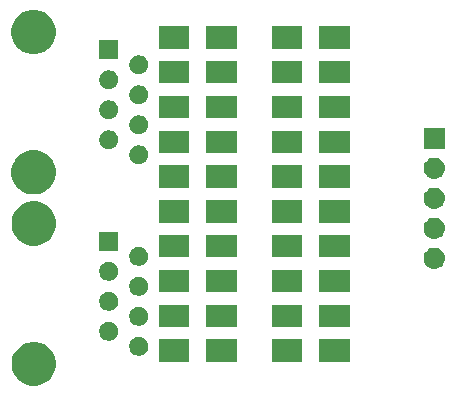
<source format=gbr>
G04 #@! TF.GenerationSoftware,KiCad,Pcbnew,(5.1.4-0-10_14)*
G04 #@! TF.CreationDate,2019-11-29T21:54:42+03:00*
G04 #@! TF.ProjectId,VHClick-rev1,5648436c-6963-46b2-9d72-6576312e6b69,rev?*
G04 #@! TF.SameCoordinates,Original*
G04 #@! TF.FileFunction,Soldermask,Bot*
G04 #@! TF.FilePolarity,Negative*
%FSLAX46Y46*%
G04 Gerber Fmt 4.6, Leading zero omitted, Abs format (unit mm)*
G04 Created by KiCad (PCBNEW (5.1.4-0-10_14)) date 2019-11-29 21:54:42*
%MOMM*%
%LPD*%
G04 APERTURE LIST*
%ADD10C,0.100000*%
G04 APERTURE END LIST*
D10*
G36*
X116218808Y-91507093D02*
G01*
X116560217Y-91648510D01*
X116560219Y-91648511D01*
X116867480Y-91853816D01*
X117128784Y-92115120D01*
X117185776Y-92200414D01*
X117334090Y-92422383D01*
X117475507Y-92763792D01*
X117547600Y-93126229D01*
X117547600Y-93495771D01*
X117475507Y-93858208D01*
X117334090Y-94199617D01*
X117334089Y-94199619D01*
X117128784Y-94506880D01*
X116867480Y-94768184D01*
X116560219Y-94973489D01*
X116560218Y-94973490D01*
X116560217Y-94973490D01*
X116218808Y-95114907D01*
X115856371Y-95187000D01*
X115486829Y-95187000D01*
X115124392Y-95114907D01*
X114782983Y-94973490D01*
X114782982Y-94973490D01*
X114782981Y-94973489D01*
X114475720Y-94768184D01*
X114214416Y-94506880D01*
X114009111Y-94199619D01*
X114009110Y-94199617D01*
X113867693Y-93858208D01*
X113795600Y-93495771D01*
X113795600Y-93126229D01*
X113867693Y-92763792D01*
X114009110Y-92422383D01*
X114157425Y-92200414D01*
X114214416Y-92115120D01*
X114475720Y-91853816D01*
X114782981Y-91648511D01*
X114782983Y-91648510D01*
X115124392Y-91507093D01*
X115486829Y-91435000D01*
X115856371Y-91435000D01*
X116218808Y-91507093D01*
X116218808Y-91507093D01*
G37*
G36*
X138404100Y-93140300D02*
G01*
X135802100Y-93140300D01*
X135802100Y-91238300D01*
X138404100Y-91238300D01*
X138404100Y-93140300D01*
X138404100Y-93140300D01*
G37*
G36*
X132841000Y-93140300D02*
G01*
X130239000Y-93140300D01*
X130239000Y-91238300D01*
X132841000Y-91238300D01*
X132841000Y-93140300D01*
X132841000Y-93140300D01*
G37*
G36*
X128841000Y-93140300D02*
G01*
X126239000Y-93140300D01*
X126239000Y-91238300D01*
X128841000Y-91238300D01*
X128841000Y-93140300D01*
X128841000Y-93140300D01*
G37*
G36*
X142404100Y-93140300D02*
G01*
X139802100Y-93140300D01*
X139802100Y-91238300D01*
X142404100Y-91238300D01*
X142404100Y-93140300D01*
X142404100Y-93140300D01*
G37*
G36*
X124795242Y-91050781D02*
G01*
X124941014Y-91111162D01*
X124941016Y-91111163D01*
X125072208Y-91198822D01*
X125183778Y-91310392D01*
X125271437Y-91441584D01*
X125271438Y-91441586D01*
X125331819Y-91587358D01*
X125362600Y-91742107D01*
X125362600Y-91899893D01*
X125331819Y-92054642D01*
X125306768Y-92115120D01*
X125271437Y-92200416D01*
X125183778Y-92331608D01*
X125072208Y-92443178D01*
X124941016Y-92530837D01*
X124941015Y-92530838D01*
X124941014Y-92530838D01*
X124795242Y-92591219D01*
X124640493Y-92622000D01*
X124482707Y-92622000D01*
X124327958Y-92591219D01*
X124182186Y-92530838D01*
X124182185Y-92530838D01*
X124182184Y-92530837D01*
X124050992Y-92443178D01*
X123939422Y-92331608D01*
X123851763Y-92200416D01*
X123816432Y-92115120D01*
X123791381Y-92054642D01*
X123760600Y-91899893D01*
X123760600Y-91742107D01*
X123791381Y-91587358D01*
X123851762Y-91441586D01*
X123851763Y-91441584D01*
X123939422Y-91310392D01*
X124050992Y-91198822D01*
X124182184Y-91111163D01*
X124182186Y-91111162D01*
X124327958Y-91050781D01*
X124482707Y-91020000D01*
X124640493Y-91020000D01*
X124795242Y-91050781D01*
X124795242Y-91050781D01*
G37*
G36*
X122255242Y-89780781D02*
G01*
X122401014Y-89841162D01*
X122401016Y-89841163D01*
X122532208Y-89928822D01*
X122643778Y-90040392D01*
X122651012Y-90051219D01*
X122731438Y-90171586D01*
X122791819Y-90317358D01*
X122822600Y-90472107D01*
X122822600Y-90629893D01*
X122791819Y-90784642D01*
X122731438Y-90930414D01*
X122731437Y-90930416D01*
X122643778Y-91061608D01*
X122532208Y-91173178D01*
X122401016Y-91260837D01*
X122401015Y-91260838D01*
X122401014Y-91260838D01*
X122255242Y-91321219D01*
X122100493Y-91352000D01*
X121942707Y-91352000D01*
X121787958Y-91321219D01*
X121642186Y-91260838D01*
X121642185Y-91260838D01*
X121642184Y-91260837D01*
X121510992Y-91173178D01*
X121399422Y-91061608D01*
X121311763Y-90930416D01*
X121311762Y-90930414D01*
X121251381Y-90784642D01*
X121220600Y-90629893D01*
X121220600Y-90472107D01*
X121251381Y-90317358D01*
X121311762Y-90171586D01*
X121392188Y-90051219D01*
X121399422Y-90040392D01*
X121510992Y-89928822D01*
X121642184Y-89841163D01*
X121642186Y-89841162D01*
X121787958Y-89780781D01*
X121942707Y-89750000D01*
X122100493Y-89750000D01*
X122255242Y-89780781D01*
X122255242Y-89780781D01*
G37*
G36*
X142404100Y-90193900D02*
G01*
X139802100Y-90193900D01*
X139802100Y-88291900D01*
X142404100Y-88291900D01*
X142404100Y-90193900D01*
X142404100Y-90193900D01*
G37*
G36*
X138404100Y-90193900D02*
G01*
X135802100Y-90193900D01*
X135802100Y-88291900D01*
X138404100Y-88291900D01*
X138404100Y-90193900D01*
X138404100Y-90193900D01*
G37*
G36*
X132841000Y-90193900D02*
G01*
X130239000Y-90193900D01*
X130239000Y-88291900D01*
X132841000Y-88291900D01*
X132841000Y-90193900D01*
X132841000Y-90193900D01*
G37*
G36*
X128841000Y-90193900D02*
G01*
X126239000Y-90193900D01*
X126239000Y-88291900D01*
X128841000Y-88291900D01*
X128841000Y-90193900D01*
X128841000Y-90193900D01*
G37*
G36*
X124795242Y-88510781D02*
G01*
X124941014Y-88571162D01*
X124941016Y-88571163D01*
X125072208Y-88658822D01*
X125183778Y-88770392D01*
X125191012Y-88781219D01*
X125271438Y-88901586D01*
X125331819Y-89047358D01*
X125362600Y-89202107D01*
X125362600Y-89359893D01*
X125331819Y-89514642D01*
X125271438Y-89660414D01*
X125271437Y-89660416D01*
X125183778Y-89791608D01*
X125072208Y-89903178D01*
X124941016Y-89990837D01*
X124941015Y-89990838D01*
X124941014Y-89990838D01*
X124795242Y-90051219D01*
X124640493Y-90082000D01*
X124482707Y-90082000D01*
X124327958Y-90051219D01*
X124182186Y-89990838D01*
X124182185Y-89990838D01*
X124182184Y-89990837D01*
X124050992Y-89903178D01*
X123939422Y-89791608D01*
X123851763Y-89660416D01*
X123851762Y-89660414D01*
X123791381Y-89514642D01*
X123760600Y-89359893D01*
X123760600Y-89202107D01*
X123791381Y-89047358D01*
X123851762Y-88901586D01*
X123932188Y-88781219D01*
X123939422Y-88770392D01*
X124050992Y-88658822D01*
X124182184Y-88571163D01*
X124182186Y-88571162D01*
X124327958Y-88510781D01*
X124482707Y-88480000D01*
X124640493Y-88480000D01*
X124795242Y-88510781D01*
X124795242Y-88510781D01*
G37*
G36*
X122255242Y-87240781D02*
G01*
X122401014Y-87301162D01*
X122401016Y-87301163D01*
X122532208Y-87388822D01*
X122643778Y-87500392D01*
X122651012Y-87511219D01*
X122731438Y-87631586D01*
X122791819Y-87777358D01*
X122822600Y-87932107D01*
X122822600Y-88089893D01*
X122791819Y-88244642D01*
X122772244Y-88291900D01*
X122731437Y-88390416D01*
X122643778Y-88521608D01*
X122532208Y-88633178D01*
X122401016Y-88720837D01*
X122401015Y-88720838D01*
X122401014Y-88720838D01*
X122255242Y-88781219D01*
X122100493Y-88812000D01*
X121942707Y-88812000D01*
X121787958Y-88781219D01*
X121642186Y-88720838D01*
X121642185Y-88720838D01*
X121642184Y-88720837D01*
X121510992Y-88633178D01*
X121399422Y-88521608D01*
X121311763Y-88390416D01*
X121270956Y-88291900D01*
X121251381Y-88244642D01*
X121220600Y-88089893D01*
X121220600Y-87932107D01*
X121251381Y-87777358D01*
X121311762Y-87631586D01*
X121392188Y-87511219D01*
X121399422Y-87500392D01*
X121510992Y-87388822D01*
X121642184Y-87301163D01*
X121642186Y-87301162D01*
X121787958Y-87240781D01*
X121942707Y-87210000D01*
X122100493Y-87210000D01*
X122255242Y-87240781D01*
X122255242Y-87240781D01*
G37*
G36*
X124795242Y-85970781D02*
G01*
X124941014Y-86031162D01*
X124941016Y-86031163D01*
X125072208Y-86118822D01*
X125183778Y-86230392D01*
X125191012Y-86241219D01*
X125271438Y-86361586D01*
X125331819Y-86507358D01*
X125362600Y-86662107D01*
X125362600Y-86819893D01*
X125331819Y-86974642D01*
X125271438Y-87120414D01*
X125271437Y-87120416D01*
X125183778Y-87251608D01*
X125072208Y-87363178D01*
X124941016Y-87450837D01*
X124941015Y-87450838D01*
X124941014Y-87450838D01*
X124795242Y-87511219D01*
X124640493Y-87542000D01*
X124482707Y-87542000D01*
X124327958Y-87511219D01*
X124182186Y-87450838D01*
X124182185Y-87450838D01*
X124182184Y-87450837D01*
X124050992Y-87363178D01*
X123939422Y-87251608D01*
X123851763Y-87120416D01*
X123851762Y-87120414D01*
X123791381Y-86974642D01*
X123760600Y-86819893D01*
X123760600Y-86662107D01*
X123791381Y-86507358D01*
X123851762Y-86361586D01*
X123932188Y-86241219D01*
X123939422Y-86230392D01*
X124050992Y-86118822D01*
X124182184Y-86031163D01*
X124182186Y-86031162D01*
X124327958Y-85970781D01*
X124482707Y-85940000D01*
X124640493Y-85940000D01*
X124795242Y-85970781D01*
X124795242Y-85970781D01*
G37*
G36*
X132841000Y-87247500D02*
G01*
X130239000Y-87247500D01*
X130239000Y-85345500D01*
X132841000Y-85345500D01*
X132841000Y-87247500D01*
X132841000Y-87247500D01*
G37*
G36*
X128841000Y-87247500D02*
G01*
X126239000Y-87247500D01*
X126239000Y-85345500D01*
X128841000Y-85345500D01*
X128841000Y-87247500D01*
X128841000Y-87247500D01*
G37*
G36*
X138404100Y-87247500D02*
G01*
X135802100Y-87247500D01*
X135802100Y-85345500D01*
X138404100Y-85345500D01*
X138404100Y-87247500D01*
X138404100Y-87247500D01*
G37*
G36*
X142404100Y-87247500D02*
G01*
X139802100Y-87247500D01*
X139802100Y-85345500D01*
X142404100Y-85345500D01*
X142404100Y-87247500D01*
X142404100Y-87247500D01*
G37*
G36*
X122255242Y-84700781D02*
G01*
X122401014Y-84761162D01*
X122401016Y-84761163D01*
X122532208Y-84848822D01*
X122643778Y-84960392D01*
X122651012Y-84971219D01*
X122731438Y-85091586D01*
X122791819Y-85237358D01*
X122822600Y-85392107D01*
X122822600Y-85549893D01*
X122791819Y-85704642D01*
X122731438Y-85850414D01*
X122731437Y-85850416D01*
X122643778Y-85981608D01*
X122532208Y-86093178D01*
X122401016Y-86180837D01*
X122401015Y-86180838D01*
X122401014Y-86180838D01*
X122255242Y-86241219D01*
X122100493Y-86272000D01*
X121942707Y-86272000D01*
X121787958Y-86241219D01*
X121642186Y-86180838D01*
X121642185Y-86180838D01*
X121642184Y-86180837D01*
X121510992Y-86093178D01*
X121399422Y-85981608D01*
X121311763Y-85850416D01*
X121311762Y-85850414D01*
X121251381Y-85704642D01*
X121220600Y-85549893D01*
X121220600Y-85392107D01*
X121251381Y-85237358D01*
X121311762Y-85091586D01*
X121392188Y-84971219D01*
X121399422Y-84960392D01*
X121510992Y-84848822D01*
X121642184Y-84761163D01*
X121642186Y-84761162D01*
X121787958Y-84700781D01*
X121942707Y-84670000D01*
X122100493Y-84670000D01*
X122255242Y-84700781D01*
X122255242Y-84700781D01*
G37*
G36*
X149691042Y-83471618D02*
G01*
X149757227Y-83478137D01*
X149927066Y-83529657D01*
X150083591Y-83613322D01*
X150119329Y-83642652D01*
X150220786Y-83725914D01*
X150299299Y-83821584D01*
X150333378Y-83863109D01*
X150417043Y-84019634D01*
X150468563Y-84189473D01*
X150485959Y-84366100D01*
X150468563Y-84542727D01*
X150417043Y-84712566D01*
X150333378Y-84869091D01*
X150304048Y-84904829D01*
X150220786Y-85006286D01*
X150119329Y-85089548D01*
X150083591Y-85118878D01*
X149927066Y-85202543D01*
X149757227Y-85254063D01*
X149691042Y-85260582D01*
X149624860Y-85267100D01*
X149536340Y-85267100D01*
X149470158Y-85260582D01*
X149403973Y-85254063D01*
X149234134Y-85202543D01*
X149077609Y-85118878D01*
X149041871Y-85089548D01*
X148940414Y-85006286D01*
X148857152Y-84904829D01*
X148827822Y-84869091D01*
X148744157Y-84712566D01*
X148692637Y-84542727D01*
X148675241Y-84366100D01*
X148692637Y-84189473D01*
X148744157Y-84019634D01*
X148827822Y-83863109D01*
X148861901Y-83821584D01*
X148940414Y-83725914D01*
X149041871Y-83642652D01*
X149077609Y-83613322D01*
X149234134Y-83529657D01*
X149403973Y-83478137D01*
X149470158Y-83471618D01*
X149536340Y-83465100D01*
X149624860Y-83465100D01*
X149691042Y-83471618D01*
X149691042Y-83471618D01*
G37*
G36*
X124795242Y-83430781D02*
G01*
X124941014Y-83491162D01*
X124941016Y-83491163D01*
X125072208Y-83578822D01*
X125183778Y-83690392D01*
X125211579Y-83732000D01*
X125271438Y-83821586D01*
X125331819Y-83967358D01*
X125362600Y-84122107D01*
X125362600Y-84279893D01*
X125331819Y-84434642D01*
X125271438Y-84580414D01*
X125271437Y-84580416D01*
X125183778Y-84711608D01*
X125072208Y-84823178D01*
X124941016Y-84910837D01*
X124941015Y-84910838D01*
X124941014Y-84910838D01*
X124795242Y-84971219D01*
X124640493Y-85002000D01*
X124482707Y-85002000D01*
X124327958Y-84971219D01*
X124182186Y-84910838D01*
X124182185Y-84910838D01*
X124182184Y-84910837D01*
X124050992Y-84823178D01*
X123939422Y-84711608D01*
X123851763Y-84580416D01*
X123851762Y-84580414D01*
X123791381Y-84434642D01*
X123760600Y-84279893D01*
X123760600Y-84122107D01*
X123791381Y-83967358D01*
X123851762Y-83821586D01*
X123911621Y-83732000D01*
X123939422Y-83690392D01*
X124050992Y-83578822D01*
X124182184Y-83491163D01*
X124182186Y-83491162D01*
X124327958Y-83430781D01*
X124482707Y-83400000D01*
X124640493Y-83400000D01*
X124795242Y-83430781D01*
X124795242Y-83430781D01*
G37*
G36*
X138404100Y-84301100D02*
G01*
X135802100Y-84301100D01*
X135802100Y-82399100D01*
X138404100Y-82399100D01*
X138404100Y-84301100D01*
X138404100Y-84301100D01*
G37*
G36*
X128841000Y-84301100D02*
G01*
X126239000Y-84301100D01*
X126239000Y-82399100D01*
X128841000Y-82399100D01*
X128841000Y-84301100D01*
X128841000Y-84301100D01*
G37*
G36*
X132841000Y-84301100D02*
G01*
X130239000Y-84301100D01*
X130239000Y-82399100D01*
X132841000Y-82399100D01*
X132841000Y-84301100D01*
X132841000Y-84301100D01*
G37*
G36*
X142404100Y-84301100D02*
G01*
X139802100Y-84301100D01*
X139802100Y-82399100D01*
X142404100Y-82399100D01*
X142404100Y-84301100D01*
X142404100Y-84301100D01*
G37*
G36*
X122822600Y-83732000D02*
G01*
X121220600Y-83732000D01*
X121220600Y-82130000D01*
X122822600Y-82130000D01*
X122822600Y-83732000D01*
X122822600Y-83732000D01*
G37*
G36*
X116218808Y-79637093D02*
G01*
X116560217Y-79778510D01*
X116560219Y-79778511D01*
X116576050Y-79789089D01*
X116867480Y-79983816D01*
X117128784Y-80245120D01*
X117334090Y-80552383D01*
X117475507Y-80893792D01*
X117547600Y-81256229D01*
X117547600Y-81625771D01*
X117475507Y-81988208D01*
X117399143Y-82172566D01*
X117334089Y-82329619D01*
X117128784Y-82636880D01*
X116867480Y-82898184D01*
X116560219Y-83103489D01*
X116560218Y-83103490D01*
X116560217Y-83103490D01*
X116218808Y-83244907D01*
X115856371Y-83317000D01*
X115486829Y-83317000D01*
X115124392Y-83244907D01*
X114782983Y-83103490D01*
X114782982Y-83103490D01*
X114782981Y-83103489D01*
X114475720Y-82898184D01*
X114214416Y-82636880D01*
X114009111Y-82329619D01*
X113944057Y-82172566D01*
X113867693Y-81988208D01*
X113795600Y-81625771D01*
X113795600Y-81256229D01*
X113867693Y-80893792D01*
X114009110Y-80552383D01*
X114214416Y-80245120D01*
X114475720Y-79983816D01*
X114767150Y-79789089D01*
X114782981Y-79778511D01*
X114782983Y-79778510D01*
X115124392Y-79637093D01*
X115486829Y-79565000D01*
X115856371Y-79565000D01*
X116218808Y-79637093D01*
X116218808Y-79637093D01*
G37*
G36*
X149691042Y-80931618D02*
G01*
X149757227Y-80938137D01*
X149927066Y-80989657D01*
X150083591Y-81073322D01*
X150119329Y-81102652D01*
X150220786Y-81185914D01*
X150304048Y-81287371D01*
X150333378Y-81323109D01*
X150417043Y-81479634D01*
X150468563Y-81649473D01*
X150485959Y-81826100D01*
X150468563Y-82002727D01*
X150417043Y-82172566D01*
X150333378Y-82329091D01*
X150304048Y-82364829D01*
X150220786Y-82466286D01*
X150119329Y-82549548D01*
X150083591Y-82578878D01*
X149927066Y-82662543D01*
X149757227Y-82714063D01*
X149691042Y-82720582D01*
X149624860Y-82727100D01*
X149536340Y-82727100D01*
X149470158Y-82720582D01*
X149403973Y-82714063D01*
X149234134Y-82662543D01*
X149077609Y-82578878D01*
X149041871Y-82549548D01*
X148940414Y-82466286D01*
X148857152Y-82364829D01*
X148827822Y-82329091D01*
X148744157Y-82172566D01*
X148692637Y-82002727D01*
X148675241Y-81826100D01*
X148692637Y-81649473D01*
X148744157Y-81479634D01*
X148827822Y-81323109D01*
X148857152Y-81287371D01*
X148940414Y-81185914D01*
X149041871Y-81102652D01*
X149077609Y-81073322D01*
X149234134Y-80989657D01*
X149403973Y-80938137D01*
X149470158Y-80931618D01*
X149536340Y-80925100D01*
X149624860Y-80925100D01*
X149691042Y-80931618D01*
X149691042Y-80931618D01*
G37*
G36*
X142404100Y-81354700D02*
G01*
X139802100Y-81354700D01*
X139802100Y-79452700D01*
X142404100Y-79452700D01*
X142404100Y-81354700D01*
X142404100Y-81354700D01*
G37*
G36*
X132841000Y-81354700D02*
G01*
X130239000Y-81354700D01*
X130239000Y-79452700D01*
X132841000Y-79452700D01*
X132841000Y-81354700D01*
X132841000Y-81354700D01*
G37*
G36*
X138404100Y-81354700D02*
G01*
X135802100Y-81354700D01*
X135802100Y-79452700D01*
X138404100Y-79452700D01*
X138404100Y-81354700D01*
X138404100Y-81354700D01*
G37*
G36*
X128841000Y-81354700D02*
G01*
X126239000Y-81354700D01*
X126239000Y-79452700D01*
X128841000Y-79452700D01*
X128841000Y-81354700D01*
X128841000Y-81354700D01*
G37*
G36*
X149691042Y-78391618D02*
G01*
X149757227Y-78398137D01*
X149927066Y-78449657D01*
X150083591Y-78533322D01*
X150119329Y-78562652D01*
X150220786Y-78645914D01*
X150304048Y-78747371D01*
X150333378Y-78783109D01*
X150417043Y-78939634D01*
X150468563Y-79109473D01*
X150485959Y-79286100D01*
X150468563Y-79462727D01*
X150417043Y-79632566D01*
X150333378Y-79789091D01*
X150304048Y-79824829D01*
X150220786Y-79926286D01*
X150150684Y-79983816D01*
X150083591Y-80038878D01*
X149927066Y-80122543D01*
X149757227Y-80174063D01*
X149691043Y-80180581D01*
X149624860Y-80187100D01*
X149536340Y-80187100D01*
X149470157Y-80180581D01*
X149403973Y-80174063D01*
X149234134Y-80122543D01*
X149077609Y-80038878D01*
X149010516Y-79983816D01*
X148940414Y-79926286D01*
X148857152Y-79824829D01*
X148827822Y-79789091D01*
X148744157Y-79632566D01*
X148692637Y-79462727D01*
X148675241Y-79286100D01*
X148692637Y-79109473D01*
X148744157Y-78939634D01*
X148827822Y-78783109D01*
X148857152Y-78747371D01*
X148940414Y-78645914D01*
X149041871Y-78562652D01*
X149077609Y-78533322D01*
X149234134Y-78449657D01*
X149403973Y-78398137D01*
X149470158Y-78391618D01*
X149536340Y-78385100D01*
X149624860Y-78385100D01*
X149691042Y-78391618D01*
X149691042Y-78391618D01*
G37*
G36*
X116206108Y-75284193D02*
G01*
X116547517Y-75425610D01*
X116547519Y-75425611D01*
X116854780Y-75630916D01*
X117116084Y-75892220D01*
X117258870Y-76105914D01*
X117321390Y-76199483D01*
X117462807Y-76540892D01*
X117534900Y-76903329D01*
X117534900Y-77272871D01*
X117462807Y-77635308D01*
X117321390Y-77976717D01*
X117321389Y-77976719D01*
X117116084Y-78283980D01*
X116854780Y-78545284D01*
X116547519Y-78750589D01*
X116547518Y-78750590D01*
X116547517Y-78750590D01*
X116206108Y-78892007D01*
X115843671Y-78964100D01*
X115474129Y-78964100D01*
X115111692Y-78892007D01*
X114770283Y-78750590D01*
X114770282Y-78750590D01*
X114770281Y-78750589D01*
X114463020Y-78545284D01*
X114201716Y-78283980D01*
X113996411Y-77976719D01*
X113996410Y-77976717D01*
X113854993Y-77635308D01*
X113782900Y-77272871D01*
X113782900Y-76903329D01*
X113854993Y-76540892D01*
X113996410Y-76199483D01*
X114058931Y-76105914D01*
X114201716Y-75892220D01*
X114463020Y-75630916D01*
X114770281Y-75425611D01*
X114770283Y-75425610D01*
X115111692Y-75284193D01*
X115474129Y-75212100D01*
X115843671Y-75212100D01*
X116206108Y-75284193D01*
X116206108Y-75284193D01*
G37*
G36*
X138404100Y-78408300D02*
G01*
X135802100Y-78408300D01*
X135802100Y-76506300D01*
X138404100Y-76506300D01*
X138404100Y-78408300D01*
X138404100Y-78408300D01*
G37*
G36*
X132841000Y-78408300D02*
G01*
X130239000Y-78408300D01*
X130239000Y-76506300D01*
X132841000Y-76506300D01*
X132841000Y-78408300D01*
X132841000Y-78408300D01*
G37*
G36*
X128841000Y-78408300D02*
G01*
X126239000Y-78408300D01*
X126239000Y-76506300D01*
X128841000Y-76506300D01*
X128841000Y-78408300D01*
X128841000Y-78408300D01*
G37*
G36*
X142404100Y-78408300D02*
G01*
X139802100Y-78408300D01*
X139802100Y-76506300D01*
X142404100Y-76506300D01*
X142404100Y-78408300D01*
X142404100Y-78408300D01*
G37*
G36*
X149691043Y-75851619D02*
G01*
X149757227Y-75858137D01*
X149927066Y-75909657D01*
X150083591Y-75993322D01*
X150119329Y-76022652D01*
X150220786Y-76105914D01*
X150297573Y-76199481D01*
X150333378Y-76243109D01*
X150417043Y-76399634D01*
X150468563Y-76569473D01*
X150485959Y-76746100D01*
X150468563Y-76922727D01*
X150417043Y-77092566D01*
X150333378Y-77249091D01*
X150313863Y-77272870D01*
X150220786Y-77386286D01*
X150119329Y-77469548D01*
X150083591Y-77498878D01*
X149927066Y-77582543D01*
X149757227Y-77634063D01*
X149691042Y-77640582D01*
X149624860Y-77647100D01*
X149536340Y-77647100D01*
X149470158Y-77640582D01*
X149403973Y-77634063D01*
X149234134Y-77582543D01*
X149077609Y-77498878D01*
X149041871Y-77469548D01*
X148940414Y-77386286D01*
X148847337Y-77272870D01*
X148827822Y-77249091D01*
X148744157Y-77092566D01*
X148692637Y-76922727D01*
X148675241Y-76746100D01*
X148692637Y-76569473D01*
X148744157Y-76399634D01*
X148827822Y-76243109D01*
X148863627Y-76199481D01*
X148940414Y-76105914D01*
X149041871Y-76022652D01*
X149077609Y-75993322D01*
X149234134Y-75909657D01*
X149403973Y-75858137D01*
X149470157Y-75851619D01*
X149536340Y-75845100D01*
X149624860Y-75845100D01*
X149691043Y-75851619D01*
X149691043Y-75851619D01*
G37*
G36*
X124782542Y-74827881D02*
G01*
X124928314Y-74888262D01*
X124928316Y-74888263D01*
X125059508Y-74975922D01*
X125171078Y-75087492D01*
X125258737Y-75218684D01*
X125258738Y-75218686D01*
X125319119Y-75364458D01*
X125349900Y-75519207D01*
X125349900Y-75676993D01*
X125319119Y-75831742D01*
X125294068Y-75892220D01*
X125258737Y-75977516D01*
X125171078Y-76108708D01*
X125059508Y-76220278D01*
X124928316Y-76307937D01*
X124928315Y-76307938D01*
X124928314Y-76307938D01*
X124782542Y-76368319D01*
X124627793Y-76399100D01*
X124470007Y-76399100D01*
X124315258Y-76368319D01*
X124169486Y-76307938D01*
X124169485Y-76307938D01*
X124169484Y-76307937D01*
X124038292Y-76220278D01*
X123926722Y-76108708D01*
X123839063Y-75977516D01*
X123803732Y-75892220D01*
X123778681Y-75831742D01*
X123747900Y-75676993D01*
X123747900Y-75519207D01*
X123778681Y-75364458D01*
X123839062Y-75218686D01*
X123839063Y-75218684D01*
X123926722Y-75087492D01*
X124038292Y-74975922D01*
X124169484Y-74888263D01*
X124169486Y-74888262D01*
X124315258Y-74827881D01*
X124470007Y-74797100D01*
X124627793Y-74797100D01*
X124782542Y-74827881D01*
X124782542Y-74827881D01*
G37*
G36*
X128841000Y-75461900D02*
G01*
X126239000Y-75461900D01*
X126239000Y-73559900D01*
X128841000Y-73559900D01*
X128841000Y-75461900D01*
X128841000Y-75461900D01*
G37*
G36*
X132841000Y-75461900D02*
G01*
X130239000Y-75461900D01*
X130239000Y-73559900D01*
X132841000Y-73559900D01*
X132841000Y-75461900D01*
X132841000Y-75461900D01*
G37*
G36*
X138404100Y-75461900D02*
G01*
X135802100Y-75461900D01*
X135802100Y-73559900D01*
X138404100Y-73559900D01*
X138404100Y-75461900D01*
X138404100Y-75461900D01*
G37*
G36*
X142404100Y-75461900D02*
G01*
X139802100Y-75461900D01*
X139802100Y-73559900D01*
X142404100Y-73559900D01*
X142404100Y-75461900D01*
X142404100Y-75461900D01*
G37*
G36*
X122242542Y-73557881D02*
G01*
X122388314Y-73618262D01*
X122388316Y-73618263D01*
X122519508Y-73705922D01*
X122631078Y-73817492D01*
X122638312Y-73828319D01*
X122718738Y-73948686D01*
X122779119Y-74094458D01*
X122809900Y-74249207D01*
X122809900Y-74406993D01*
X122779119Y-74561742D01*
X122718738Y-74707514D01*
X122718737Y-74707516D01*
X122631078Y-74838708D01*
X122519508Y-74950278D01*
X122388316Y-75037937D01*
X122388315Y-75037938D01*
X122388314Y-75037938D01*
X122242542Y-75098319D01*
X122087793Y-75129100D01*
X121930007Y-75129100D01*
X121775258Y-75098319D01*
X121629486Y-75037938D01*
X121629485Y-75037938D01*
X121629484Y-75037937D01*
X121498292Y-74950278D01*
X121386722Y-74838708D01*
X121299063Y-74707516D01*
X121299062Y-74707514D01*
X121238681Y-74561742D01*
X121207900Y-74406993D01*
X121207900Y-74249207D01*
X121238681Y-74094458D01*
X121299062Y-73948686D01*
X121379488Y-73828319D01*
X121386722Y-73817492D01*
X121498292Y-73705922D01*
X121629484Y-73618263D01*
X121629486Y-73618262D01*
X121775258Y-73557881D01*
X121930007Y-73527100D01*
X122087793Y-73527100D01*
X122242542Y-73557881D01*
X122242542Y-73557881D01*
G37*
G36*
X150481600Y-75107100D02*
G01*
X148679600Y-75107100D01*
X148679600Y-73305100D01*
X150481600Y-73305100D01*
X150481600Y-75107100D01*
X150481600Y-75107100D01*
G37*
G36*
X124782542Y-72287881D02*
G01*
X124928314Y-72348262D01*
X124928316Y-72348263D01*
X125059508Y-72435922D01*
X125171078Y-72547492D01*
X125178312Y-72558319D01*
X125258738Y-72678686D01*
X125319119Y-72824458D01*
X125349900Y-72979207D01*
X125349900Y-73136993D01*
X125319119Y-73291742D01*
X125258738Y-73437514D01*
X125258737Y-73437516D01*
X125171078Y-73568708D01*
X125059508Y-73680278D01*
X124928316Y-73767937D01*
X124928315Y-73767938D01*
X124928314Y-73767938D01*
X124782542Y-73828319D01*
X124627793Y-73859100D01*
X124470007Y-73859100D01*
X124315258Y-73828319D01*
X124169486Y-73767938D01*
X124169485Y-73767938D01*
X124169484Y-73767937D01*
X124038292Y-73680278D01*
X123926722Y-73568708D01*
X123839063Y-73437516D01*
X123839062Y-73437514D01*
X123778681Y-73291742D01*
X123747900Y-73136993D01*
X123747900Y-72979207D01*
X123778681Y-72824458D01*
X123839062Y-72678686D01*
X123919488Y-72558319D01*
X123926722Y-72547492D01*
X124038292Y-72435922D01*
X124169484Y-72348263D01*
X124169486Y-72348262D01*
X124315258Y-72287881D01*
X124470007Y-72257100D01*
X124627793Y-72257100D01*
X124782542Y-72287881D01*
X124782542Y-72287881D01*
G37*
G36*
X122242542Y-71017881D02*
G01*
X122388314Y-71078262D01*
X122388316Y-71078263D01*
X122519508Y-71165922D01*
X122631078Y-71277492D01*
X122638312Y-71288319D01*
X122718738Y-71408686D01*
X122779119Y-71554458D01*
X122809900Y-71709207D01*
X122809900Y-71866993D01*
X122779119Y-72021742D01*
X122718738Y-72167514D01*
X122718737Y-72167516D01*
X122631078Y-72298708D01*
X122519508Y-72410278D01*
X122388316Y-72497937D01*
X122388315Y-72497938D01*
X122388314Y-72497938D01*
X122242542Y-72558319D01*
X122087793Y-72589100D01*
X121930007Y-72589100D01*
X121775258Y-72558319D01*
X121629486Y-72497938D01*
X121629485Y-72497938D01*
X121629484Y-72497937D01*
X121498292Y-72410278D01*
X121386722Y-72298708D01*
X121299063Y-72167516D01*
X121299062Y-72167514D01*
X121238681Y-72021742D01*
X121207900Y-71866993D01*
X121207900Y-71709207D01*
X121238681Y-71554458D01*
X121299062Y-71408686D01*
X121379488Y-71288319D01*
X121386722Y-71277492D01*
X121498292Y-71165922D01*
X121629484Y-71078263D01*
X121629486Y-71078262D01*
X121775258Y-71017881D01*
X121930007Y-70987100D01*
X122087793Y-70987100D01*
X122242542Y-71017881D01*
X122242542Y-71017881D01*
G37*
G36*
X132841000Y-72515500D02*
G01*
X130239000Y-72515500D01*
X130239000Y-70613500D01*
X132841000Y-70613500D01*
X132841000Y-72515500D01*
X132841000Y-72515500D01*
G37*
G36*
X128841000Y-72515500D02*
G01*
X126239000Y-72515500D01*
X126239000Y-70613500D01*
X128841000Y-70613500D01*
X128841000Y-72515500D01*
X128841000Y-72515500D01*
G37*
G36*
X138404100Y-72515500D02*
G01*
X135802100Y-72515500D01*
X135802100Y-70613500D01*
X138404100Y-70613500D01*
X138404100Y-72515500D01*
X138404100Y-72515500D01*
G37*
G36*
X142404100Y-72515500D02*
G01*
X139802100Y-72515500D01*
X139802100Y-70613500D01*
X142404100Y-70613500D01*
X142404100Y-72515500D01*
X142404100Y-72515500D01*
G37*
G36*
X124782542Y-69747881D02*
G01*
X124928314Y-69808262D01*
X124928316Y-69808263D01*
X125059508Y-69895922D01*
X125171078Y-70007492D01*
X125178312Y-70018319D01*
X125258738Y-70138686D01*
X125319119Y-70284458D01*
X125349900Y-70439207D01*
X125349900Y-70596993D01*
X125319119Y-70751742D01*
X125258738Y-70897514D01*
X125258737Y-70897516D01*
X125171078Y-71028708D01*
X125059508Y-71140278D01*
X124928316Y-71227937D01*
X124928315Y-71227938D01*
X124928314Y-71227938D01*
X124782542Y-71288319D01*
X124627793Y-71319100D01*
X124470007Y-71319100D01*
X124315258Y-71288319D01*
X124169486Y-71227938D01*
X124169485Y-71227938D01*
X124169484Y-71227937D01*
X124038292Y-71140278D01*
X123926722Y-71028708D01*
X123839063Y-70897516D01*
X123839062Y-70897514D01*
X123778681Y-70751742D01*
X123747900Y-70596993D01*
X123747900Y-70439207D01*
X123778681Y-70284458D01*
X123839062Y-70138686D01*
X123919488Y-70018319D01*
X123926722Y-70007492D01*
X124038292Y-69895922D01*
X124169484Y-69808263D01*
X124169486Y-69808262D01*
X124315258Y-69747881D01*
X124470007Y-69717100D01*
X124627793Y-69717100D01*
X124782542Y-69747881D01*
X124782542Y-69747881D01*
G37*
G36*
X122242542Y-68477881D02*
G01*
X122388314Y-68538262D01*
X122388316Y-68538263D01*
X122519508Y-68625922D01*
X122631078Y-68737492D01*
X122638312Y-68748319D01*
X122718738Y-68868686D01*
X122779119Y-69014458D01*
X122809900Y-69169207D01*
X122809900Y-69326993D01*
X122779119Y-69481742D01*
X122742934Y-69569100D01*
X122718737Y-69627516D01*
X122631078Y-69758708D01*
X122519508Y-69870278D01*
X122388316Y-69957937D01*
X122388315Y-69957938D01*
X122388314Y-69957938D01*
X122242542Y-70018319D01*
X122087793Y-70049100D01*
X121930007Y-70049100D01*
X121775258Y-70018319D01*
X121629486Y-69957938D01*
X121629485Y-69957938D01*
X121629484Y-69957937D01*
X121498292Y-69870278D01*
X121386722Y-69758708D01*
X121299063Y-69627516D01*
X121274866Y-69569100D01*
X121238681Y-69481742D01*
X121207900Y-69326993D01*
X121207900Y-69169207D01*
X121238681Y-69014458D01*
X121299062Y-68868686D01*
X121379488Y-68748319D01*
X121386722Y-68737492D01*
X121498292Y-68625922D01*
X121629484Y-68538263D01*
X121629486Y-68538262D01*
X121775258Y-68477881D01*
X121930007Y-68447100D01*
X122087793Y-68447100D01*
X122242542Y-68477881D01*
X122242542Y-68477881D01*
G37*
G36*
X138404100Y-69569100D02*
G01*
X135802100Y-69569100D01*
X135802100Y-67667100D01*
X138404100Y-67667100D01*
X138404100Y-69569100D01*
X138404100Y-69569100D01*
G37*
G36*
X142404100Y-69569100D02*
G01*
X139802100Y-69569100D01*
X139802100Y-67667100D01*
X142404100Y-67667100D01*
X142404100Y-69569100D01*
X142404100Y-69569100D01*
G37*
G36*
X128841000Y-69569100D02*
G01*
X126239000Y-69569100D01*
X126239000Y-67667100D01*
X128841000Y-67667100D01*
X128841000Y-69569100D01*
X128841000Y-69569100D01*
G37*
G36*
X132841000Y-69569100D02*
G01*
X130239000Y-69569100D01*
X130239000Y-67667100D01*
X132841000Y-67667100D01*
X132841000Y-69569100D01*
X132841000Y-69569100D01*
G37*
G36*
X124782542Y-67207881D02*
G01*
X124928314Y-67268262D01*
X124928316Y-67268263D01*
X125059508Y-67355922D01*
X125171078Y-67467492D01*
X125198879Y-67509100D01*
X125258738Y-67598686D01*
X125319119Y-67744458D01*
X125349900Y-67899207D01*
X125349900Y-68056993D01*
X125319119Y-68211742D01*
X125258738Y-68357514D01*
X125258737Y-68357516D01*
X125171078Y-68488708D01*
X125059508Y-68600278D01*
X124928316Y-68687937D01*
X124928315Y-68687938D01*
X124928314Y-68687938D01*
X124782542Y-68748319D01*
X124627793Y-68779100D01*
X124470007Y-68779100D01*
X124315258Y-68748319D01*
X124169486Y-68687938D01*
X124169485Y-68687938D01*
X124169484Y-68687937D01*
X124038292Y-68600278D01*
X123926722Y-68488708D01*
X123839063Y-68357516D01*
X123839062Y-68357514D01*
X123778681Y-68211742D01*
X123747900Y-68056993D01*
X123747900Y-67899207D01*
X123778681Y-67744458D01*
X123839062Y-67598686D01*
X123898921Y-67509100D01*
X123926722Y-67467492D01*
X124038292Y-67355922D01*
X124169484Y-67268263D01*
X124169486Y-67268262D01*
X124315258Y-67207881D01*
X124470007Y-67177100D01*
X124627793Y-67177100D01*
X124782542Y-67207881D01*
X124782542Y-67207881D01*
G37*
G36*
X122809900Y-67509100D02*
G01*
X121207900Y-67509100D01*
X121207900Y-65907100D01*
X122809900Y-65907100D01*
X122809900Y-67509100D01*
X122809900Y-67509100D01*
G37*
G36*
X116206108Y-63414193D02*
G01*
X116547517Y-63555610D01*
X116547519Y-63555611D01*
X116854780Y-63760916D01*
X117116084Y-64022220D01*
X117321390Y-64329483D01*
X117462807Y-64670892D01*
X117534900Y-65033329D01*
X117534900Y-65402871D01*
X117462807Y-65765308D01*
X117321390Y-66106717D01*
X117321389Y-66106719D01*
X117116084Y-66413980D01*
X116854780Y-66675284D01*
X116547519Y-66880589D01*
X116547518Y-66880590D01*
X116547517Y-66880590D01*
X116206108Y-67022007D01*
X115843671Y-67094100D01*
X115474129Y-67094100D01*
X115111692Y-67022007D01*
X114770283Y-66880590D01*
X114770282Y-66880590D01*
X114770281Y-66880589D01*
X114463020Y-66675284D01*
X114201716Y-66413980D01*
X113996411Y-66106719D01*
X113996410Y-66106717D01*
X113854993Y-65765308D01*
X113782900Y-65402871D01*
X113782900Y-65033329D01*
X113854993Y-64670892D01*
X113996410Y-64329483D01*
X114201716Y-64022220D01*
X114463020Y-63760916D01*
X114770281Y-63555611D01*
X114770283Y-63555610D01*
X115111692Y-63414193D01*
X115474129Y-63342100D01*
X115843671Y-63342100D01*
X116206108Y-63414193D01*
X116206108Y-63414193D01*
G37*
G36*
X128841000Y-66622700D02*
G01*
X126239000Y-66622700D01*
X126239000Y-64720700D01*
X128841000Y-64720700D01*
X128841000Y-66622700D01*
X128841000Y-66622700D01*
G37*
G36*
X132841000Y-66622700D02*
G01*
X130239000Y-66622700D01*
X130239000Y-64720700D01*
X132841000Y-64720700D01*
X132841000Y-66622700D01*
X132841000Y-66622700D01*
G37*
G36*
X142404100Y-66622700D02*
G01*
X139802100Y-66622700D01*
X139802100Y-64720700D01*
X142404100Y-64720700D01*
X142404100Y-66622700D01*
X142404100Y-66622700D01*
G37*
G36*
X138404100Y-66622700D02*
G01*
X135802100Y-66622700D01*
X135802100Y-64720700D01*
X138404100Y-64720700D01*
X138404100Y-66622700D01*
X138404100Y-66622700D01*
G37*
M02*

</source>
